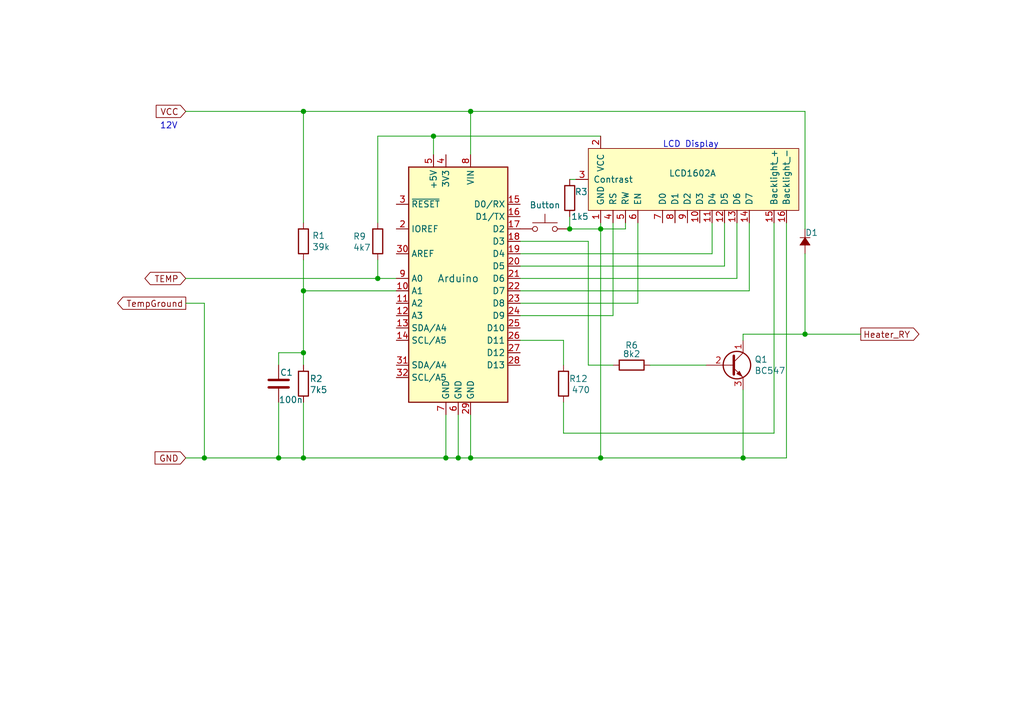
<source format=kicad_sch>
(kicad_sch (version 20231120) (generator "eeschema") (generator_version "8.0")
  (paper "A5")
  (title_block (title "HotWaterManager_Arduino_Minimalistic") (date "2025-03-029") (rev "1.1") (company "TheFloatingLab LLC"))
  (lib_symbols
    (symbol "BoilerControlModule-rescue:D_Small_ALT-Device" (pin_numbers hide) (pin_names (offset 0.254) hide)
      (property "Reference" "D" (at -1.27 2.032 0))
      (property "Value" "Device_D_Small_ALT" (at -3.81 -2.032 0))
      (symbol "D_Small_ALT-Device_0_1"
        (polyline (pts (xy -0.762 -1.016) (xy -0.762 1.016)))
        (polyline (pts (xy -0.762 0) (xy 0.762 0)))
        (polyline (pts (xy 0.762 -1.016) (xy -0.762 0) (xy 0.762 1.016) (xy 0.762 -1.016)) (fill (type outline)))
      )
      (symbol "D_Small_ALT-Device_1_1"
        (pin passive line (at -2.54 0 0) (length 1.778) (name "K") (number "1"))
        (pin passive line (at 2.54 0 180) (length 1.778) (name "A") (number "2"))
      )
    )
    (symbol "BoilerControlModule-rescue:LCD1602A-New_Library" (pin_names (offset 1.016))
      (property "Reference" "M" (at 0 -2.54 0))
      (property "Value" "New_Library_LCD1602A" (at 0 0 0))
      (symbol "LCD1602A-New_Library_0_1"
        (rectangle (start -24.13 3.81) (end 19.05 -8.89) (fill (type background)))
      )
      (symbol "LCD1602A-New_Library_1_1"
        (pin power_in line (at -21.59 -11.43 90) (length 2.54) (name "GND") (number "1"))
        (pin bidirectional line (at -1.27 -11.43 90) (length 2.54) (name "D3") (number "10"))
        (pin bidirectional line (at 1.27 -11.43 90) (length 2.54) (name "D4") (number "11"))
        (pin bidirectional line (at 3.81 -11.43 90) (length 2.54) (name "D5") (number "12"))
        (pin bidirectional line (at 6.35 -11.43 90) (length 2.54) (name "D6") (number "13"))
        (pin bidirectional line (at 8.89 -11.43 90) (length 2.54) (name "D7") (number "14"))
        (pin input line (at 13.97 -11.43 90) (length 2.54) (name "Backlight_+") (number "15"))
        (pin input line (at 16.51 -11.43 90) (length 2.54) (name "Backlight_-") (number "16"))
        (pin power_in line (at -21.59 6.35 270) (length 2.54) (name "VCC") (number "2"))
        (pin input line (at -26.67 -2.54 0) (length 2.54) (name "Contrast") (number "3"))
        (pin input line (at -19.05 -11.43 90) (length 2.54) (name "RS") (number "4"))
        (pin input line (at -16.51 -11.43 90) (length 2.54) (name "RW") (number "5"))
        (pin input line (at -13.97 -11.43 90) (length 2.54) (name "EN") (number "6"))
        (pin bidirectional line (at -8.89 -11.43 90) (length 2.54) (name "D0") (number "7"))
        (pin bidirectional line (at -6.35 -11.43 90) (length 2.54) (name "D1") (number "8"))
        (pin bidirectional line (at -3.81 -11.43 90) (length 2.54) (name "D2") (number "9"))
      )
    )
    (symbol "Device:C" (pin_numbers hide) (pin_names (offset 0.254))
      (property "Reference" "C" (at 0.635 2.54 0))
      (property "Value" "C" (at 0.635 -2.54 0))
      (symbol "C_0_1"
        (polyline (pts (xy -2.032 -0.762) (xy 2.032 -0.762)) (stroke (width 0.508)))
        (polyline (pts (xy -2.032 0.762) (xy 2.032 0.762)) (stroke (width 0.508)))
      )
      (symbol "C_1_1"
        (pin passive line (at 0 3.81 270) (length 2.794) (name "~") (number "1"))
        (pin passive line (at 0 -3.81 90) (length 2.794) (name "~") (number "2"))
      )
    )
    (symbol "Device:R" (pin_numbers hide) (pin_names (offset 0))
      (property "Reference" "R" (at 2.032 0 90))
      (property "Value" "R" (at 0 0 90))
      (symbol "R_0_1"
        (rectangle (start -1.016 -2.54) (end 1.016 2.54) (stroke (width 0.254)))
      )
      (symbol "R_1_1"
        (pin passive line (at 0 3.81 270) (length 1.27) (name "~") (number "1"))
        (pin passive line (at 0 -3.81 90) (length 1.27) (name "~") (number "2"))
      )
    )
    (symbol "MCU_Module:Arduino_UNO_R3"
      (property "Reference" "A" (at -10.16 23.495 0))
      (property "Value" "Arduino_UNO_R3" (at 5.08 -26.67 0))
      (symbol "Arduino_UNO_R3_0_1"
        (rectangle (start -10.16 22.86) (end 10.16 -25.4) (stroke (width 0.254)) (fill (type background)))
      )
      (symbol "Arduino_UNO_R3_1_1"
        (pin no_connect line (at -10.16 -20.32 0) (length 2.54) hide (name "NC") (number "1"))
        (pin bidirectional line (at 12.7 -2.54 180) (length 2.54) (name "A1") (number "10"))
        (pin bidirectional line (at 12.7 -5.08 180) (length 2.54) (name "A2") (number "11"))
        (pin bidirectional line (at 12.7 -7.62 180) (length 2.54) (name "A3") (number "12"))
        (pin bidirectional line (at 12.7 -10.16 180) (length 2.54) (name "SDA/A4") (number "13"))
        (pin bidirectional line (at 12.7 -12.7 180) (length 2.54) (name "SCL/A5") (number "14"))
        (pin bidirectional line (at -12.7 15.24 0) (length 2.54) (name "D0/RX") (number "15"))
        (pin bidirectional line (at -12.7 12.7 0) (length 2.54) (name "D1/TX") (number "16"))
        (pin bidirectional line (at -12.7 10.16 0) (length 2.54) (name "D2") (number "17"))
        (pin bidirectional line (at -12.7 7.62 0) (length 2.54) (name "D3") (number "18"))
        (pin bidirectional line (at -12.7 5.08 0) (length 2.54) (name "D4") (number "19"))
        (pin output line (at 12.7 10.16 180) (length 2.54) (name "IOREF") (number "2"))
        (pin bidirectional line (at -12.7 2.54 0) (length 2.54) (name "D5") (number "20"))
        (pin bidirectional line (at -12.7 0 0) (length 2.54) (name "D6") (number "21"))
        (pin bidirectional line (at -12.7 -2.54 0) (length 2.54) (name "D7") (number "22"))
        (pin bidirectional line (at -12.7 -5.08 0) (length 2.54) (name "D8") (number "23"))
        (pin bidirectional line (at -12.7 -7.62 0) (length 2.54) (name "D9") (number "24"))
        (pin bidirectional line (at -12.7 -10.16 0) (length 2.54) (name "D10") (number "25"))
        (pin bidirectional line (at -12.7 -12.7 0) (length 2.54) (name "D11") (number "26"))
        (pin bidirectional line (at -12.7 -15.24 0) (length 2.54) (name "D12") (number "27"))
        (pin bidirectional line (at -12.7 -17.78 0) (length 2.54) (name "D13") (number "28"))
        (pin power_in line (at -2.54 -27.94 90) (length 2.54) (name "GND") (number "29"))
        (pin input line (at 12.7 15.24 180) (length 2.54) (name "~{RESET}") (number "3"))
        (pin input line (at 12.7 5.08 180) (length 2.54) (name "AREF") (number "30"))
        (pin bidirectional line (at 12.7 -17.78 180) (length 2.54) (name "SDA/A4") (number "31"))
        (pin bidirectional line (at 12.7 -20.32 180) (length 2.54) (name "SCL/A5") (number "32"))
        (pin power_out line (at 2.54 25.4 270) (length 2.54) (name "3V3") (number "4"))
        (pin power_out line (at 5.08 25.4 270) (length 2.54) (name "+5V") (number "5"))
        (pin power_in line (at 0 -27.94 90) (length 2.54) (name "GND") (number "6"))
        (pin power_in line (at 2.54 -27.94 90) (length 2.54) (name "GND") (number "7"))
        (pin power_in line (at -2.54 25.4 270) (length 2.54) (name "VIN") (number "8"))
        (pin bidirectional line (at 12.7 0 180) (length 2.54) (name "A0") (number "9"))
      )
    )
    (symbol "Switch:SW_Push" (pin_numbers hide) (pin_names (offset 1.016) hide)
      (property "Reference" "SW" (at 1.27 2.54 0))
      (property "Value" "SW_Push" (at 0 -1.524 0))
      (symbol "SW_Push_0_1"
        (circle (center -2.032 0) (radius 0.508))
        (polyline (pts (xy 0 1.27) (xy 0 3.048)))
        (polyline (pts (xy 2.54 1.27) (xy -2.54 1.27)))
        (circle (center 2.032 0) (radius 0.508))
        (pin passive line (at -5.08 0 0) (length 2.54) (name "1") (number "1"))
        (pin passive line (at 5.08 0 180) (length 2.54) (name "2") (number "2"))
      )
    )
    (symbol "Transistor_BJT:BC547" (pin_names (offset 0) hide)
      (property "Reference" "Q" (at 5.08 1.905 0))
      (property "Value" "BC547" (at 5.08 0 0))
      (symbol "BC547_0_1"
        (polyline (pts (xy 0 0) (xy 0.635 0)))
        (polyline (pts (xy 0.635 0.635) (xy 2.54 2.54)))
        (polyline (pts (xy 0.635 -0.635) (xy 2.54 -2.54) (xy 2.54 -2.54)))
        (polyline (pts (xy 0.635 1.905) (xy 0.635 -1.905) (xy 0.635 -1.905)) (stroke (width 0.508)))
        (polyline (pts (xy 1.27 -1.778) (xy 1.778 -1.27) (xy 2.286 -2.286) (xy 1.27 -1.778) (xy 1.27 -1.778)) (fill (type outline)))
        (circle (center 1.27 0) (radius 2.8194) (stroke (width 0.254)))
      )
      (symbol "BC547_1_1"
        (pin passive line (at 2.54 5.08 270) (length 2.54) (name "C") (number "1"))
        (pin input line (at -5.08 0 0) (length 5.08) (name "B") (number "2"))
        (pin passive line (at 2.54 -5.08 90) (length 2.54) (name "E") (number "3"))
      )
    )
  )
  (junction (at 41.91 93.98))
  (junction (at 165.1 68.58))
  (junction (at 62.23 22.86))
  (junction (at 96.52 22.86))
  (junction (at 123.19 93.98))
  (junction (at 93.98 93.98))
  (junction (at 57.15 93.98))
  (junction (at 62.23 59.69))
  (junction (at 62.23 72.39))
  (junction (at 152.4 93.98))
  (junction (at 77.47 57.15))
  (junction (at 96.52 93.98))
  (junction (at 123.19 46.99))
  (junction (at 62.23 93.98))
  (junction (at 91.44 93.98))
  (junction (at 116.84 46.99))
  (junction (at 88.9 27.94))
  (wire (pts (xy 148.59 45.72) (xy 148.59 54.61)))
  (wire (pts (xy 62.23 22.86) (xy 96.52 22.86)))
  (wire (pts (xy 106.68 57.15) (xy 151.13 57.15)))
  (wire (pts (xy 123.19 46.99) (xy 123.19 93.98)))
  (wire (pts (xy 116.84 44.45) (xy 116.84 46.99)))
  (wire (pts (xy 77.47 53.34) (xy 77.47 57.15)))
  (wire (pts (xy 120.65 49.53) (xy 106.68 49.53)))
  (wire (pts (xy 152.4 68.58) (xy 152.4 69.85)))
  (wire (pts (xy 158.75 88.9) (xy 158.75 45.72)))
  (wire (pts (xy 96.52 93.98) (xy 123.19 93.98)))
  (wire (pts (xy 96.52 22.86) (xy 96.52 31.75)))
  (wire (pts (xy 146.05 45.72) (xy 146.05 52.07)))
  (wire (pts (xy 123.19 46.99) (xy 123.19 45.72)))
  (wire (pts (xy 38.1 62.23) (xy 41.91 62.23)))
  (wire (pts (xy 91.44 93.98) (xy 93.98 93.98)))
  (wire (pts (xy 96.52 22.86) (xy 165.1 22.86)))
  (wire (pts (xy 165.1 22.86) (xy 165.1 46.99)))
  (wire (pts (xy 88.9 27.94) (xy 123.19 27.94)))
  (wire (pts (xy 62.23 93.98) (xy 91.44 93.98)))
  (wire (pts (xy 106.68 54.61) (xy 148.59 54.61)))
  (wire (pts (xy 106.68 59.69) (xy 153.67 59.69)))
  (wire (pts (xy 128.27 45.72) (xy 128.27 46.99)))
  (wire (pts (xy 88.9 31.75) (xy 88.9 27.94)))
  (wire (pts (xy 152.4 68.58) (xy 165.1 68.58)))
  (wire (pts (xy 41.91 93.98) (xy 57.15 93.98)))
  (wire (pts (xy 91.44 85.09) (xy 91.44 93.98)))
  (wire (pts (xy 115.57 88.9) (xy 115.57 82.55)))
  (wire (pts (xy 130.81 45.72) (xy 130.81 62.23)))
  (wire (pts (xy 165.1 68.58) (xy 176.53 68.58)))
  (wire (pts (xy 128.27 46.99) (xy 123.19 46.99)))
  (wire (pts (xy 120.65 74.93) (xy 125.73 74.93)))
  (wire (pts (xy 93.98 85.09) (xy 93.98 93.98)))
  (wire (pts (xy 152.4 93.98) (xy 161.29 93.98)))
  (wire (pts (xy 106.68 69.85) (xy 115.57 69.85)))
  (wire (pts (xy 153.67 45.72) (xy 153.67 59.69)))
  (wire (pts (xy 38.1 22.86) (xy 62.23 22.86)))
  (wire (pts (xy 62.23 72.39) (xy 62.23 74.93)))
  (wire (pts (xy 57.15 72.39) (xy 62.23 72.39)))
  (wire (pts (xy 123.19 93.98) (xy 152.4 93.98)))
  (wire (pts (xy 152.4 80.01) (xy 152.4 93.98)))
  (wire (pts (xy 77.47 57.15) (xy 81.28 57.15)))
  (wire (pts (xy 125.73 64.77) (xy 106.68 64.77)))
  (wire (pts (xy 77.47 27.94) (xy 77.47 45.72)))
  (wire (pts (xy 57.15 82.55) (xy 57.15 93.98)))
  (wire (pts (xy 62.23 53.34) (xy 62.23 59.69)))
  (wire (pts (xy 115.57 88.9) (xy 158.75 88.9)))
  (wire (pts (xy 116.84 36.83) (xy 118.11 36.83)))
  (wire (pts (xy 62.23 22.86) (xy 62.23 45.72)))
  (wire (pts (xy 57.15 93.98) (xy 62.23 93.98)))
  (wire (pts (xy 38.1 93.98) (xy 41.91 93.98)))
  (wire (pts (xy 62.23 59.69) (xy 62.23 72.39)))
  (wire (pts (xy 62.23 82.55) (xy 62.23 93.98)))
  (wire (pts (xy 133.35 74.93) (xy 144.78 74.93)))
  (wire (pts (xy 130.81 62.23) (xy 106.68 62.23)))
  (wire (pts (xy 116.84 46.99) (xy 123.19 46.99)))
  (wire (pts (xy 165.1 52.07) (xy 165.1 68.58)))
  (wire (pts (xy 125.73 45.72) (xy 125.73 64.77)))
  (wire (pts (xy 96.52 85.09) (xy 96.52 93.98)))
  (wire (pts (xy 151.13 45.72) (xy 151.13 57.15)))
  (wire (pts (xy 38.1 57.15) (xy 77.47 57.15)))
  (wire (pts (xy 57.15 72.39) (xy 57.15 74.93)))
  (wire (pts (xy 41.91 62.23) (xy 41.91 93.98)))
  (wire (pts (xy 161.29 45.72) (xy 161.29 93.98)))
  (wire (pts (xy 146.05 52.07) (xy 106.68 52.07)))
  (wire (pts (xy 93.98 93.98) (xy 96.52 93.98)))
  (wire (pts (xy 115.57 69.85) (xy 115.57 74.93)))
  (wire (pts (xy 77.47 27.94) (xy 88.9 27.94)))
  (wire (pts (xy 62.23 59.69) (xy 81.28 59.69)))
  (wire (pts (xy 120.65 74.93) (xy 120.65 49.53)))
  (text "12V" (at 32.766 26.67 0) (effects (font (size 1.27 1.27)) (justify left bottom)))
  (text "LCD Display" (at 135.89 30.48 0) (effects (font (size 1.27 1.27)) (justify left bottom)))
  (global_label "Heater_RY" (shape output) (at 176.53 68.58 0) (property "Intersheetrefs" "${INTERSHEET_REFS}" (effects (hide yes))))
  (global_label "GND" (shape input) (at 38.1 93.98 180) (property "Intersheetrefs" "${INTERSHEET_REFS}" (effects (hide yes))))
  (global_label "TempGround" (shape output) (at 38.1 62.23 180) (property "Intersheetrefs" "${INTERSHEET_REFS}" (effects (hide yes))))
  (global_label "TEMP" (shape bidirectional) (at 38.1 57.15 180) (property "Intersheetrefs" "${INTERSHEET_REFS}" (effects (hide yes))))
  (global_label "VCC" (shape input) (at 38.1 22.86 180) (property "Intersheetrefs" "${INTERSHEET_REFS}" (effects (hide yes))))
  (symbol (lib_id "MCU_Module:Arduino_UNO_R3") (at 93.98 57.15 0) (mirror y) (unit 1)
    (property "Reference" "A1" (effects (hide yes)))
    (property "Value" "Arduino" (at 93.98 57.15 0) (effects (font (size 1.4986 1.4986))))
    (property "Footprint" "Module:Arduino_UNO_R3" (effects (hide yes)))
    (property "Datasheet" "https://www.arduino.cc/en/Main/arduinoBoardUno" (effects (hide yes)))
  )
  (symbol (lib_id "BoilerControlModule-rescue:LCD1602A-New_Library") (at 144.78 34.29 0) (unit 1)
    (property "Reference" "M1" (effects (hide yes)))
    (property "Value" "LCD1602A" (at 137.16 35.56 0) (effects (justify left)))
  )
  (symbol (lib_id "Switch:SW_Push") (at 111.76 46.99 0) (unit 1)
    (property "Reference" "SW1" (effects (hide yes)))
    (property "Value" "Button" (at 111.76 42.0878 0))
  )
  (symbol (lib_id "Transistor_BJT:BC547") (at 149.86 74.93 0) (unit 1)
    (property "Reference" "Q1" (at 154.7114 73.7616 0) (effects (justify left)))
    (property "Value" "BC547" (at 154.7114 76.073 0) (effects (justify left)))
    (property "Footprint" "Package_TO_SOT_THT:TO-92_Inline" (effects (hide yes)))
    (property "Datasheet" "http://www.fairchildsemi.com/ds/BC/BC547.pdf" (effects (hide yes)))
  )
  (symbol (lib_id "Device:R") (at 129.54 74.93 270) (unit 1)
    (property "Reference" "R6" (at 129.54 70.866 90))
    (property "Value" "8k2" (at 129.54 72.644 90))
  )
  (symbol (lib_id "Device:R") (at 62.23 78.74 0) (unit 1)
    (property "Reference" "R2" (at 63.5 77.724 0) (effects (justify left)))
    (property "Value" "7k5" (at 63.5 80.01 0) (effects (justify left)))
  )
  (symbol (lib_id "Device:R") (at 62.23 49.53 0) (unit 1)
    (property "Reference" "R1" (at 64.008 48.3616 0) (effects (justify left)))
    (property "Value" "39k" (at 64.008 50.673 0) (effects (justify left)))
  )
  (symbol (lib_id "Device:R") (at 77.47 49.53 0) (unit 1)
    (property "Reference" "R9" (at 72.39 48.514 0) (effects (justify left)))
    (property "Value" "4k7" (at 72.39 50.8 0) (effects (justify left)))
  )
  (symbol (lib_id "BoilerControlModule-rescue:D_Small_ALT-Device") (at 165.1 49.53 270) (unit 1)
    (property "Reference" "D1" (at 165.1 47.752 90) (effects (justify left)))
    (property "Value" "D_Small_ALT" (effects (hide yes)))
  )
  (symbol (lib_id "Device:C") (at 57.15 78.74 0) (unit 1)
    (property "Reference" "C1" (at 57.404 76.454 0) (effects (justify left)))
    (property "Value" "100n" (at 57.15 82.042 0) (effects (justify left)))
    (property "Description" "Unpolarized capacitor" (effects (hide yes)))
  )
  (symbol (lib_id "Device:R") (at 115.57 78.74 180) (unit 1)
    (property "Reference" "R12" (at 118.618 77.724 0))
    (property "Value" "470" (at 119.126 80.01 0))
  )
  (symbol (lib_id "Device:R") (at 116.84 40.64 0) (unit 1)
    (property "Reference" "R3" (at 117.856 39.37 0) (effects (justify left)))
    (property "Value" "1k5" (at 117.094 44.45 0) (effects (justify left)))
    (property "Description" "Resistor" (effects (hide yes)))
  )
)
</source>
